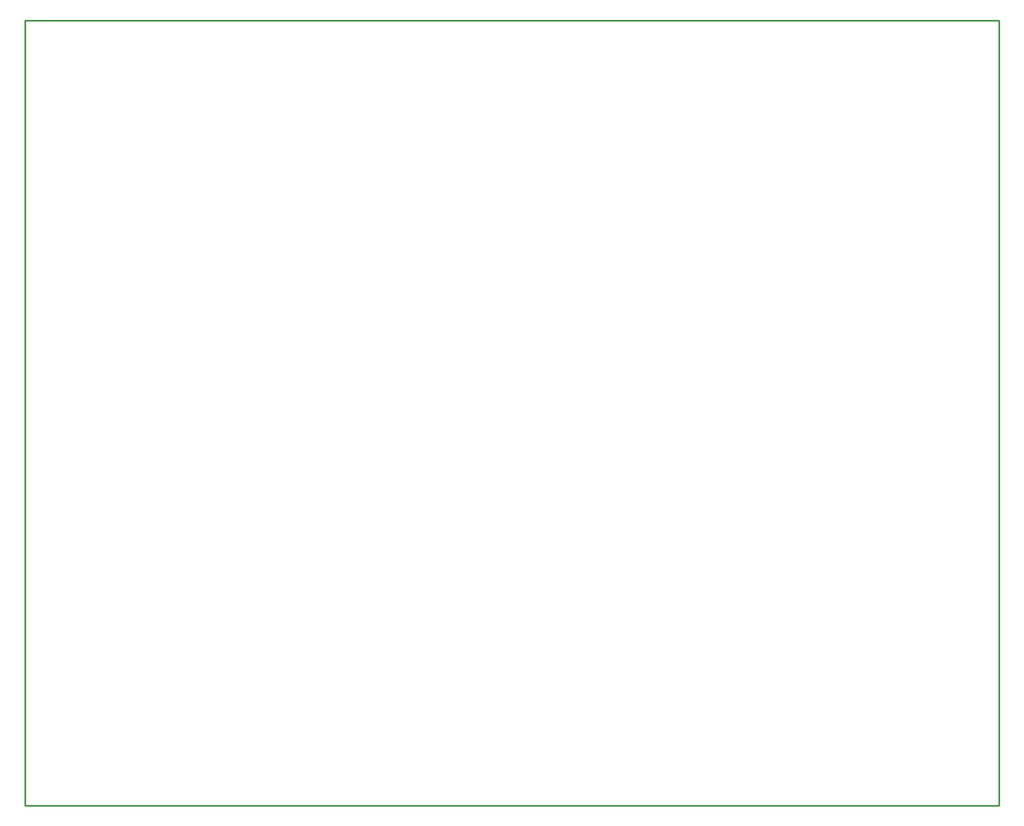
<source format=gm1>
G04*
G04 #@! TF.GenerationSoftware,Altium Limited,Altium Designer,23.9.2 (47)*
G04*
G04 Layer_Color=16711935*
%FSLAX25Y25*%
%MOIN*%
G70*
G04*
G04 #@! TF.SameCoordinates,32FA3CAB-4A21-4C27-9538-83D2161AB544*
G04*
G04*
G04 #@! TF.FilePolarity,Positive*
G04*
G01*
G75*
%ADD12C,0.01000*%
D12*
X-0Y0D02*
X571260D01*
X-0D02*
Y460630D01*
X0D02*
X571260Y460630D01*
Y0D02*
Y460630D01*
M02*

</source>
